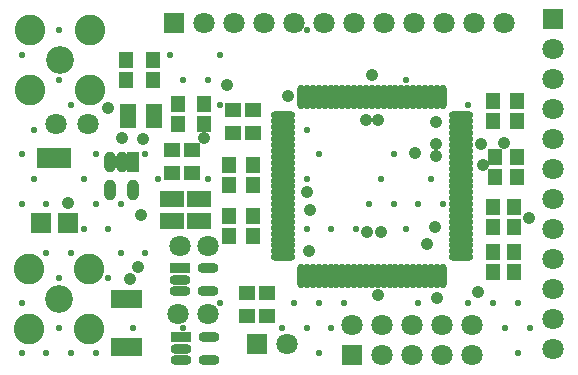
<source format=gts>
%FSTAX23Y23*%
%MOIN*%
%SFA1B1*%

%IPPOS*%
%ADD45R,0.051378X0.055315*%
%ADD46R,0.055315X0.051378*%
%ADD47R,0.078937X0.055315*%
%ADD48R,0.057283X0.029724*%
%ADD49R,0.071063X0.071063*%
%ADD50R,0.112047X0.071063*%
%ADD51R,0.025787X0.059252*%
%ADD52R,0.039567X0.071063*%
%ADD53O,0.039567X0.071063*%
%ADD54O,0.023819X0.082874*%
%ADD55O,0.082874X0.023819*%
%ADD56R,0.071063X0.035630*%
%ADD57O,0.071063X0.035630*%
%ADD58C,0.042008*%
%ADD59C,0.071063*%
%ADD60C,0.092008*%
%ADD61C,0.102008*%
%ADD62R,0.071063X0.071063*%
%ADD63C,0.022008*%
%LNfpga_radio-1*%
%LPD*%
G54D45*
X01765Y024D03*
Y02333D03*
X0168Y024D03*
Y02333D03*
X028Y02055D03*
Y01988D03*
X0273Y02055D03*
Y01988D03*
X0281Y0241D03*
Y02343D03*
X0273Y0241D03*
Y02343D03*
X0281Y02155D03*
Y02221D03*
X02735Y02155D03*
Y02221D03*
X0193Y02195D03*
Y02128D03*
X0185Y02195D03*
Y02128D03*
X028Y0184D03*
Y01906D03*
X0273Y0184D03*
Y01906D03*
X01595Y0248D03*
Y02546D03*
X01505Y0248D03*
Y02546D03*
X0193Y0196D03*
Y02026D03*
X0185Y0196D03*
Y02026D03*
G54D46*
X01908Y01693D03*
X01975D03*
X01908Y01768D03*
X01975D03*
X0193Y02378D03*
X01863D03*
Y02301D03*
X0193D03*
X01725Y02245D03*
X01658D03*
X01725Y0217D03*
X01658D03*
G54D47*
X0166Y0201D03*
X0175D03*
X0166Y02084D03*
X0175D03*
G54D48*
X01597Y02385D03*
Y0236D03*
Y02334D03*
X01512D03*
Y0236D03*
Y02385D03*
G54D49*
X01312Y02001D03*
X01221D03*
X02257Y01561D03*
X01941Y01598D03*
X01664Y02668D03*
G54D50*
X01266Y02218D03*
G54D51*
X01469Y0159D03*
X01495D03*
X0152D03*
X01546D03*
X01469Y01748D03*
X01495D03*
X0152D03*
X01546D03*
G54D52*
X01528Y02207D03*
G54D53*
X01491Y02207D03*
X01453D03*
X01528Y02113D03*
X01453D03*
G54D54*
X02088Y02422D03*
X02108D03*
X02128D03*
X02147D03*
X02167D03*
X02187D03*
X02206D03*
X02226D03*
X02246D03*
X02265D03*
X02285D03*
X02305D03*
X02325D03*
X02344D03*
X02364D03*
X02384D03*
X02403D03*
X02423D03*
X02443D03*
X02462D03*
X02482D03*
X02502D03*
X02521D03*
X02541D03*
X02561D03*
Y01827D03*
X02541D03*
X02521D03*
X02502D03*
X02482D03*
X02462D03*
X02443D03*
X02423D03*
X02403D03*
X02384D03*
X02364D03*
X02344D03*
X02325D03*
X02305D03*
X02285D03*
X02265D03*
X02246D03*
X02226D03*
X02206D03*
X02187D03*
X02167D03*
X02147D03*
X02128D03*
X02108D03*
X02088D03*
G54D55*
X02622Y02361D03*
Y02341D03*
Y02321D03*
Y02302D03*
Y02282D03*
Y02262D03*
Y02243D03*
Y02223D03*
Y02203D03*
Y02184D03*
Y02164D03*
Y02144D03*
Y02125D03*
Y02105D03*
Y02085D03*
Y02065D03*
Y02046D03*
Y02026D03*
Y02006D03*
Y01987D03*
Y01967D03*
Y01947D03*
Y01928D03*
Y01908D03*
Y01888D03*
X02027D03*
Y01908D03*
Y01928D03*
Y01947D03*
Y01967D03*
Y01987D03*
Y02006D03*
Y02026D03*
Y02046D03*
Y02065D03*
Y02085D03*
Y02105D03*
Y02125D03*
Y02144D03*
Y02164D03*
Y02184D03*
Y02203D03*
Y02223D03*
Y02243D03*
Y02262D03*
Y02282D03*
Y02302D03*
Y02321D03*
Y02341D03*
Y02361D03*
G54D56*
X01686Y01852D03*
X01687Y01622D03*
G54D57*
X01686Y01814D03*
Y01777D03*
X0178Y01852D03*
Y01777D03*
X01687Y01584D03*
Y01547D03*
X01781Y01622D03*
Y01547D03*
G54D58*
X02541Y01751D03*
X02355Y01971D03*
X02679Y01773D03*
X0247Y02235D03*
X01445Y02385D03*
X02695Y02195D03*
X02848Y02019D03*
X0211Y02105D03*
X02535Y0199D03*
X02765Y0227D03*
X0254Y0234D03*
X01545Y01855D03*
X01554Y02028D03*
X01842Y02462D03*
X01765Y02285D03*
X0152Y01815D03*
X0254Y02225D03*
Y02265D03*
X0269D03*
X02345Y02345D03*
X02305D03*
X02508Y01931D03*
X02344Y01763D03*
X02308Y01972D03*
X02045Y02425D03*
X02116Y01908D03*
X0212Y02045D03*
X01491Y02285D03*
X01312Y0207D03*
X01563Y02284D03*
X02325Y02497D03*
G54D59*
X02657Y01661D03*
Y01561D03*
X02557Y01661D03*
Y01561D03*
X02457Y01661D03*
Y01561D03*
X02357Y01661D03*
Y01561D03*
X02257Y01661D03*
X01272Y02332D03*
X0178Y017D03*
X01778Y01926D03*
X02041Y01598D03*
X01378Y02332D03*
X01764Y02668D03*
X01864D03*
X01964D03*
X02064D03*
X02164D03*
X02264D03*
X02364D03*
X02464D03*
X02564D03*
X02664D03*
X02764D03*
X0293Y02581D03*
Y02481D03*
Y02381D03*
Y02281D03*
Y02181D03*
Y02081D03*
Y01981D03*
Y01881D03*
Y01781D03*
Y01681D03*
Y01581D03*
X01684Y01926D03*
X0168Y017D03*
G54D60*
X01282Y01749D03*
X01285Y02545D03*
G54D61*
X01182Y01849D03*
X01382D03*
Y01649D03*
X01182D03*
X01185Y02645D03*
X01385D03*
Y02445D03*
X01185D03*
G54D62*
X0293Y02681D03*
G54D63*
X02811Y01736D03*
X02852Y01653D03*
X02811Y0157D03*
X02728Y01736D03*
X02769Y01653D03*
X02645Y02397D03*
Y01736D03*
X02562Y02066D03*
X02521Y02149D03*
X0248Y02066D03*
Y01736D03*
X02438Y0248D03*
X02397Y02232D03*
Y02066D03*
X02438Y01984D03*
X02356Y02149D03*
X02314Y02066D03*
X02273Y01984D03*
X02232Y01736D03*
X02149Y02232D03*
X0219Y01984D03*
X02149Y01736D03*
X0219Y01653D03*
X02149Y0157D03*
X02108Y02645D03*
Y02314D03*
Y02149D03*
Y01984D03*
X02066Y01736D03*
X02108Y01653D03*
X02025D03*
X01818Y02562D03*
Y02397D03*
Y01736D03*
X01777Y0248D03*
Y02149D03*
X01653Y02562D03*
X01694Y0248D03*
Y01653D03*
X0157Y02232D03*
X01612Y02149D03*
X0157Y01901D03*
X01488Y02066D03*
Y01901D03*
X01529Y01653D03*
X01405Y02232D03*
Y02066D03*
X01446Y01984D03*
Y01818D03*
X01405Y0157D03*
X01322Y02397D03*
X01364Y02149D03*
Y01984D03*
X01322Y01901D03*
Y0157D03*
X01281Y02645D03*
Y0248D03*
X0124Y02066D03*
Y01901D03*
X01281Y01818D03*
Y01653D03*
X0124Y0157D03*
X01157Y02562D03*
X01198Y02314D03*
X01157Y02232D03*
X01198Y02149D03*
X01157Y02066D03*
Y01736D03*
Y0157D03*
M02*
</source>
